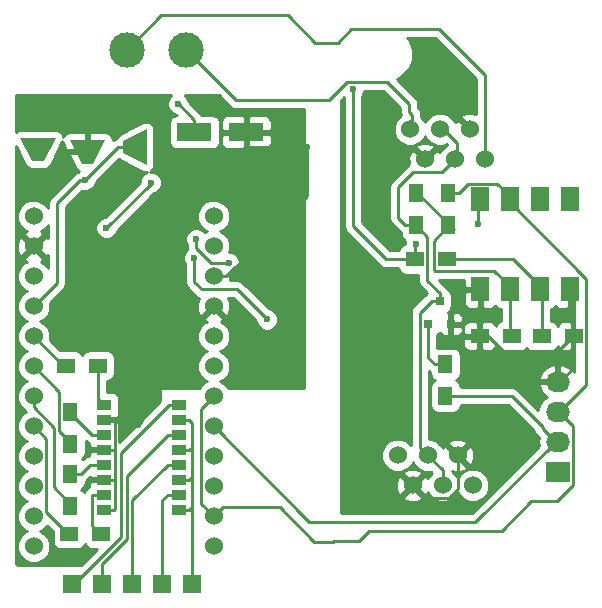
<source format=gtl>
G04 #@! TF.FileFunction,Copper,L1,Top,Signal*
%FSLAX46Y46*%
G04 Gerber Fmt 4.6, Leading zero omitted, Abs format (unit mm)*
G04 Created by KiCad (PCBNEW (2015-08-02 BZR 6038)-product) date 2015 November 19, Thursday 21:17:08*
%MOMM*%
G01*
G04 APERTURE LIST*
%ADD10C,0.100000*%
%ADD11C,1.524000*%
%ADD12R,2.999740X1.600200*%
%ADD13C,2.999740*%
%ADD14R,1.500000X1.300000*%
%ADD15R,1.300000X1.500000*%
%ADD16R,2.032000X1.727200*%
%ADD17O,2.032000X1.727200*%
%ADD18R,0.800100X0.800100*%
%ADD19R,1.300000X0.900000*%
%ADD20R,1.524000X2.032000*%
%ADD21R,1.600000X1.600000*%
%ADD22C,0.600000*%
%ADD23C,0.250000*%
%ADD24C,0.254000*%
G04 APERTURE END LIST*
D10*
D11*
X214988000Y-113110000D03*
X212448000Y-113110000D03*
X217528000Y-113110000D03*
X213718000Y-115650000D03*
X216258000Y-115650000D03*
X218798000Y-115650000D03*
X217310000Y-88040000D03*
X219850000Y-88040000D03*
X214770000Y-88040000D03*
X218580000Y-85500000D03*
X216040000Y-85500000D03*
X213500000Y-85500000D03*
D12*
X195250000Y-85750000D03*
X199649280Y-85750000D03*
D13*
X194500000Y-78750000D03*
X189501280Y-78750000D03*
D14*
X184400000Y-105500000D03*
X187100000Y-105500000D03*
D15*
X184750000Y-112100000D03*
X184750000Y-109400000D03*
X184750000Y-117350000D03*
X184750000Y-114650000D03*
D14*
X184650000Y-119750000D03*
X187350000Y-119750000D03*
D11*
X196870000Y-120820000D03*
X196870000Y-118280000D03*
X196870000Y-115740000D03*
X196870000Y-113200000D03*
X196870000Y-110660000D03*
X196870000Y-108120000D03*
X196870000Y-105580000D03*
X196870000Y-103040000D03*
X196870000Y-100500000D03*
X196870000Y-97960000D03*
X196870000Y-95420000D03*
X196870000Y-92880000D03*
X181630000Y-92880000D03*
X181630000Y-95420000D03*
X181630000Y-97960000D03*
X181630000Y-100500000D03*
X181630000Y-103040000D03*
X181630000Y-105580000D03*
X181630000Y-108120000D03*
X181630000Y-110660000D03*
X181630000Y-113200000D03*
X181630000Y-115740000D03*
X181630000Y-118280000D03*
X181630000Y-120820000D03*
D10*
G36*
X180500000Y-86200000D02*
X183500000Y-86200000D01*
X182500000Y-88200000D01*
X181500000Y-88200000D01*
X180500000Y-86200000D01*
X180500000Y-86200000D01*
G37*
G36*
X184700000Y-86400000D02*
X187700000Y-86400000D01*
X186700000Y-88400000D01*
X185700000Y-88400000D01*
X184700000Y-86400000D01*
X184700000Y-86400000D01*
G37*
G36*
X191200000Y-85500000D02*
X191200000Y-88500000D01*
X189200000Y-87500000D01*
X189200000Y-86500000D01*
X191200000Y-85500000D01*
X191200000Y-85500000D01*
G37*
D16*
X226000000Y-114500000D03*
D17*
X226000000Y-111960000D03*
X226000000Y-109420000D03*
X226000000Y-106880000D03*
D18*
X215050000Y-102000760D03*
X216950000Y-102000760D03*
X216000000Y-100001780D03*
D15*
X216500000Y-108100000D03*
X216500000Y-105400000D03*
X214000000Y-93600000D03*
X214000000Y-90900000D03*
D14*
X222100000Y-103000000D03*
X219400000Y-103000000D03*
X213900000Y-96500000D03*
X216600000Y-96500000D03*
X224650000Y-103000000D03*
X227350000Y-103000000D03*
D15*
X216750000Y-90900000D03*
X216750000Y-93600000D03*
D19*
X187575000Y-108805000D03*
X187575000Y-110075000D03*
X187575000Y-111345000D03*
X187575000Y-112615000D03*
X187575000Y-113885000D03*
X187575000Y-115155000D03*
X187575000Y-116425000D03*
X187575000Y-117695000D03*
X193925000Y-117695000D03*
X193925000Y-116425000D03*
X193925000Y-115155000D03*
X193925000Y-113885000D03*
X193925000Y-112615000D03*
X193925000Y-111345000D03*
X193925000Y-110075000D03*
X193925000Y-108805000D03*
D20*
X219440000Y-99060000D03*
X221980000Y-99060000D03*
X224520000Y-99060000D03*
X227060000Y-99060000D03*
X227060000Y-91440000D03*
X224520000Y-91440000D03*
X221980000Y-91440000D03*
X219440000Y-91440000D03*
D21*
X190000000Y-124000000D03*
X192540000Y-124000000D03*
X195080000Y-124000000D03*
X187460000Y-124000000D03*
X184920000Y-124000000D03*
D22*
X193850000Y-83350000D03*
X199250000Y-91750000D03*
X199500000Y-92500000D03*
X200500000Y-92750000D03*
X201500000Y-92750000D03*
X202500000Y-92750000D03*
X204250000Y-90750000D03*
X204250000Y-89750000D03*
X204000000Y-89000000D03*
X203000000Y-89000000D03*
X202000000Y-89000000D03*
X201000000Y-89000000D03*
X200000000Y-89000000D03*
X199250000Y-89750000D03*
X199250000Y-90750000D03*
X204800000Y-87000000D03*
X190500000Y-110500000D03*
X214000000Y-95250000D03*
X219250000Y-93500000D03*
X186000000Y-89800000D03*
X208700000Y-82100000D03*
X195200000Y-96400000D03*
X201400000Y-101600000D03*
X195400000Y-94800000D03*
X198150000Y-96800000D03*
X191549588Y-90016500D03*
X187800000Y-93850000D03*
D23*
X195250000Y-85750000D02*
X195250000Y-84699900D01*
X195250000Y-84699900D02*
X193900100Y-83350000D01*
X193900100Y-83350000D02*
X193850000Y-83350000D01*
X217528000Y-113110000D02*
X217528000Y-115988762D01*
X214805001Y-116737001D02*
X213718000Y-115650000D01*
X217528000Y-115988762D02*
X216779761Y-116737001D01*
X216779761Y-116737001D02*
X214805001Y-116737001D01*
X199500000Y-92500000D02*
X199500000Y-92000000D01*
X199500000Y-92000000D02*
X199250000Y-91750000D01*
X201500000Y-92750000D02*
X200500000Y-92750000D01*
X204250000Y-90750000D02*
X202500000Y-92500000D01*
X202500000Y-92500000D02*
X202500000Y-92750000D01*
X204000000Y-89000000D02*
X204000000Y-89500000D01*
X204000000Y-89500000D02*
X204250000Y-89750000D01*
X202000000Y-89000000D02*
X203000000Y-89000000D01*
X200000000Y-89000000D02*
X201000000Y-89000000D01*
X199250000Y-90750000D02*
X199250000Y-89750000D01*
X204800000Y-87000000D02*
X199849180Y-87000000D01*
X199849180Y-87000000D02*
X199649280Y-86800100D01*
X199649280Y-86800100D02*
X199649280Y-85750000D01*
X204800000Y-91107630D02*
X204800000Y-87000000D01*
X196870000Y-97960000D02*
X197947630Y-97960000D01*
X197947630Y-97960000D02*
X204800000Y-91107630D01*
X190500000Y-110500000D02*
X190799999Y-110200001D01*
X190799999Y-110200001D02*
X190799999Y-106570001D01*
X190799999Y-106570001D02*
X196870000Y-100500000D01*
X190500000Y-110500000D02*
X190075000Y-110075000D01*
X190075000Y-110075000D02*
X187575000Y-110075000D01*
X219440000Y-99060000D02*
X219440000Y-102960000D01*
X219440000Y-102960000D02*
X219400000Y-103000000D01*
X219440000Y-99060000D02*
X218428000Y-99060000D01*
X218428000Y-99060000D02*
X216950000Y-100538000D01*
X216950000Y-100538000D02*
X216950000Y-102000760D01*
X227350000Y-103000000D02*
X227271412Y-103000000D01*
X227271412Y-103000000D02*
X225846401Y-104425011D01*
X225846401Y-104425011D02*
X221540007Y-104425009D01*
X221540007Y-104425009D02*
X220114998Y-103000000D01*
X220114998Y-103000000D02*
X219400000Y-103000000D01*
X227350000Y-103000000D02*
X227350000Y-105682400D01*
X227350000Y-105682400D02*
X226152400Y-106880000D01*
X226152400Y-106880000D02*
X226000000Y-106880000D01*
X227350000Y-103000000D02*
X227350000Y-99350000D01*
X227350000Y-99350000D02*
X227060000Y-99060000D01*
X187575000Y-117695000D02*
X188475000Y-117695000D01*
X188475000Y-117695000D02*
X188550001Y-117619999D01*
X188550001Y-117619999D02*
X188550001Y-110150001D01*
X188550001Y-110150001D02*
X188475000Y-110075000D01*
X188475000Y-110075000D02*
X187575000Y-110075000D01*
X188550001Y-117619999D02*
X188550001Y-112690001D01*
X188550001Y-112690001D02*
X188475000Y-112615000D01*
X188475000Y-112615000D02*
X187575000Y-112615000D01*
X188550001Y-117619999D02*
X188550001Y-115230001D01*
X188550001Y-115230001D02*
X188475000Y-115155000D01*
X188475000Y-115155000D02*
X187575000Y-115155000D01*
X219250000Y-93500000D02*
X219250000Y-91630000D01*
X219250000Y-91630000D02*
X219440000Y-91440000D01*
X213900000Y-96500000D02*
X213900000Y-95350000D01*
X213900000Y-95350000D02*
X214000000Y-95250000D01*
X213750000Y-96650000D02*
X213900000Y-96500000D01*
X213900000Y-96500000D02*
X211500000Y-96500000D01*
X211500000Y-96500000D02*
X208700000Y-93700000D01*
X208700000Y-93700000D02*
X208700000Y-82100000D01*
X183600000Y-91775736D02*
X183600000Y-98530000D01*
X183600000Y-98530000D02*
X181630000Y-100500000D01*
X186000000Y-89800000D02*
X185575736Y-89800000D01*
X185575736Y-89800000D02*
X183600000Y-91775736D01*
X186000000Y-89800000D02*
X188800000Y-87000000D01*
X188800000Y-87000000D02*
X190200000Y-87000000D01*
X213702000Y-85350000D02*
X213702000Y-84272370D01*
X213702000Y-84272370D02*
X213452000Y-84022370D01*
X213452000Y-84022370D02*
X213452000Y-83390000D01*
X198800000Y-83050000D02*
X194500000Y-78750000D01*
X206600000Y-83050000D02*
X198800000Y-83050000D01*
X208175001Y-81474999D02*
X206600000Y-83050000D01*
X195847001Y-99047001D02*
X195200000Y-98400000D01*
X195200000Y-98400000D02*
X195200000Y-96400000D01*
X201400000Y-101600000D02*
X198847001Y-99047001D01*
X198847001Y-99047001D02*
X195847001Y-99047001D01*
X211536999Y-81474999D02*
X208175001Y-81474999D01*
X213452000Y-83390000D02*
X211536999Y-81474999D01*
X219850000Y-88040000D02*
X219850000Y-80898000D01*
X215945129Y-76993129D02*
X208543129Y-76993129D01*
X219850000Y-80898000D02*
X215945129Y-76993129D01*
X208543129Y-76993129D02*
X207386258Y-78150000D01*
X207386258Y-78150000D02*
X205450000Y-78150000D01*
X205450000Y-78150000D02*
X203150000Y-75850000D01*
X203150000Y-75850000D02*
X192401280Y-75850000D01*
X192401280Y-75850000D02*
X189501280Y-78750000D01*
X198150000Y-96800000D02*
X196641238Y-96800000D01*
X196641238Y-96800000D02*
X195400000Y-95558762D01*
X195400000Y-95558762D02*
X195400000Y-94800000D01*
X181630000Y-103040000D02*
X184090000Y-105500000D01*
X184090000Y-105500000D02*
X184400000Y-105500000D01*
X187100000Y-105500000D02*
X187100000Y-108330000D01*
X187100000Y-108330000D02*
X187575000Y-108805000D01*
X181630000Y-105580000D02*
X183774999Y-107724999D01*
X183774999Y-107724999D02*
X183774999Y-111024999D01*
X183774999Y-111024999D02*
X184750000Y-112000000D01*
X184750000Y-112000000D02*
X184750000Y-112100000D01*
X184750000Y-109400000D02*
X184750000Y-109500000D01*
X184750000Y-109500000D02*
X186595000Y-111345000D01*
X186595000Y-111345000D02*
X187575000Y-111345000D01*
X181630000Y-108120000D02*
X181630000Y-109051238D01*
X181630000Y-109051238D02*
X183324989Y-110746227D01*
X183324989Y-110746227D02*
X183324989Y-115824989D01*
X183324989Y-115824989D02*
X184750000Y-117250000D01*
X184750000Y-117250000D02*
X184750000Y-117350000D01*
X184750000Y-114650000D02*
X185650000Y-114650000D01*
X185650000Y-114650000D02*
X186415000Y-113885000D01*
X186415000Y-113885000D02*
X187575000Y-113885000D01*
X181630000Y-110660000D02*
X182717001Y-111747001D01*
X182717001Y-111747001D02*
X182717001Y-117917001D01*
X182717001Y-117917001D02*
X184550000Y-119750000D01*
X184550000Y-119750000D02*
X184650000Y-119750000D01*
X187350000Y-119750000D02*
X187250000Y-119750000D01*
X186599999Y-116500001D02*
X186675000Y-116425000D01*
X187250000Y-119750000D02*
X186599999Y-119099999D01*
X186599999Y-119099999D02*
X186599999Y-116500001D01*
X186675000Y-116425000D02*
X187575000Y-116425000D01*
X189049996Y-112875006D02*
X193120002Y-108805000D01*
X189049996Y-120035006D02*
X189049996Y-112875006D01*
X184920000Y-124000000D02*
X185085002Y-124000000D01*
X193120002Y-108805000D02*
X193925000Y-108805000D01*
X185085002Y-124000000D02*
X189049996Y-120035006D01*
X193025000Y-111345000D02*
X189500006Y-114869994D01*
X193925000Y-111345000D02*
X193025000Y-111345000D01*
X187460000Y-122261412D02*
X187460000Y-124000000D01*
X189500006Y-114869994D02*
X189500005Y-120221407D01*
X189500005Y-120221407D02*
X187460000Y-122261412D01*
X195080000Y-112603063D02*
X195080000Y-114867673D01*
X195080000Y-114867673D02*
X195080000Y-117514621D01*
X193925000Y-115155000D02*
X194825000Y-115155000D01*
X194825000Y-115155000D02*
X195080000Y-114900000D01*
X195080000Y-114900000D02*
X195080000Y-114867673D01*
X195080000Y-117514621D02*
X195080000Y-124000000D01*
X193925000Y-117695000D02*
X194825000Y-117695000D01*
X194825000Y-117695000D02*
X195005379Y-117514621D01*
X195005379Y-117514621D02*
X195080000Y-117514621D01*
X195080000Y-110330000D02*
X195080000Y-112603063D01*
X193925000Y-112615000D02*
X194825000Y-112615000D01*
X194836937Y-112603063D02*
X195080000Y-112603063D01*
X194825000Y-112615000D02*
X194836937Y-112603063D01*
X193925000Y-110075000D02*
X194825000Y-110075000D01*
X194825000Y-110075000D02*
X195080000Y-110330000D01*
X193925000Y-113885000D02*
X193025000Y-113885000D01*
X193025000Y-113885000D02*
X190000000Y-116910000D01*
X190000000Y-116910000D02*
X190000000Y-124000000D01*
X193925000Y-116425000D02*
X193025000Y-116425000D01*
X193025000Y-116425000D02*
X192540000Y-116910000D01*
X192540000Y-116910000D02*
X192540000Y-124000000D01*
X187800000Y-93850000D02*
X191549588Y-90100412D01*
X191549588Y-90100412D02*
X191549588Y-90016500D01*
X213787997Y-89127001D02*
X216222999Y-89127001D01*
X216222999Y-89127001D02*
X217310000Y-88040000D01*
X217512000Y-87890000D02*
X217512000Y-86620000D01*
X217512000Y-86620000D02*
X216242000Y-85350000D01*
X217100009Y-88436401D02*
X217100009Y-88301991D01*
X217100009Y-88301991D02*
X217512000Y-87890000D01*
X217512000Y-87697630D02*
X217512000Y-87799990D01*
X214000000Y-93600000D02*
X214975001Y-94575001D01*
X212500000Y-93000000D02*
X212500000Y-90414998D01*
X212500000Y-90414998D02*
X213787997Y-89127001D01*
X214000000Y-93600000D02*
X213100000Y-93600000D01*
X213100000Y-93600000D02*
X212500000Y-93000000D01*
X216258000Y-115650000D02*
X216258000Y-114380000D01*
X216258000Y-114380000D02*
X214324949Y-112446949D01*
X214324949Y-112446949D02*
X214324949Y-101026781D01*
X214324949Y-101026781D02*
X215349950Y-100001780D01*
X215349950Y-100001780D02*
X216000000Y-100001780D01*
X214000000Y-93600000D02*
X214000000Y-93500000D01*
X216000000Y-100001780D02*
X216000000Y-99351730D01*
X216000000Y-99351730D02*
X214975001Y-98326731D01*
X214975001Y-98326731D02*
X214975001Y-94575001D01*
X226000000Y-111960000D02*
X225847600Y-111960000D01*
X225847600Y-111960000D02*
X219032601Y-118774999D01*
X219032601Y-118774999D02*
X204984999Y-118774999D01*
X204984999Y-118774999D02*
X196870000Y-110660000D01*
X216500000Y-108100000D02*
X222140000Y-108100000D01*
X222140000Y-108100000D02*
X224734000Y-110694000D01*
X224734000Y-110694000D02*
X224734000Y-110846400D01*
X224734000Y-110846400D02*
X225847600Y-111960000D01*
X220892999Y-90098999D02*
X218451001Y-90098999D01*
X218451001Y-90098999D02*
X217650000Y-90900000D01*
X207042871Y-120357129D02*
X209183859Y-120357129D01*
X221250000Y-119500000D02*
X210040988Y-119500000D01*
X210040988Y-119500000D02*
X209183859Y-120357129D01*
X223750000Y-117000000D02*
X221250000Y-119500000D01*
X225964602Y-117000000D02*
X223750000Y-117000000D01*
X226152400Y-109420000D02*
X227341001Y-110608601D01*
X227341001Y-110608601D02*
X227341001Y-115623601D01*
X227341001Y-115623601D02*
X225964602Y-117000000D01*
X221980000Y-91440000D02*
X221980000Y-91186000D01*
X221980000Y-91186000D02*
X220892999Y-90098999D01*
X217650000Y-90900000D02*
X216750000Y-90900000D01*
X221980000Y-91440000D02*
X221980000Y-91694000D01*
X221980000Y-91694000D02*
X228425001Y-98139001D01*
X207000000Y-120400000D02*
X207042871Y-120357129D01*
X207000000Y-120400000D02*
X205400000Y-120400000D01*
X197631999Y-117518001D02*
X202518001Y-117518001D01*
X197631999Y-117518001D02*
X196870000Y-118280000D01*
X202518001Y-117518001D02*
X205400000Y-120400000D01*
X228425001Y-98139001D02*
X228425001Y-107147399D01*
X228425001Y-107147399D02*
X226152400Y-109420000D01*
X226152400Y-109420000D02*
X226000000Y-109420000D01*
X196870000Y-108120000D02*
X195782999Y-109207001D01*
X195782999Y-109207001D02*
X195782999Y-117192999D01*
X195782999Y-117192999D02*
X196870000Y-118280000D01*
X216500000Y-91200000D02*
X216500000Y-91100000D01*
X215050000Y-102000760D02*
X215050000Y-104850000D01*
X215050000Y-104850000D02*
X215600000Y-105400000D01*
X215600000Y-105400000D02*
X216500000Y-105400000D01*
X216750000Y-93600000D02*
X216750000Y-93500000D01*
X216750000Y-93500000D02*
X214150000Y-90900000D01*
X214150000Y-90900000D02*
X214000000Y-90900000D01*
X221980000Y-99060000D02*
X221980000Y-98806000D01*
X215524999Y-94925001D02*
X216750000Y-93700000D01*
X221980000Y-98806000D02*
X220649001Y-97475001D01*
X220649001Y-97475001D02*
X215589999Y-97475001D01*
X215589999Y-97475001D02*
X215524999Y-97410001D01*
X215524999Y-97410001D02*
X215524999Y-94925001D01*
X216750000Y-93700000D02*
X216750000Y-93600000D01*
X217234000Y-93900000D02*
X216500000Y-93900000D01*
X222200000Y-103000000D02*
X222100000Y-103000000D01*
X221980000Y-99060000D02*
X221980000Y-102880000D01*
X221980000Y-102880000D02*
X222100000Y-103000000D01*
X224520000Y-99060000D02*
X224520000Y-98806000D01*
X224520000Y-98806000D02*
X222214000Y-96500000D01*
X222214000Y-96500000D02*
X216600000Y-96500000D01*
X224650000Y-103000000D02*
X224650000Y-99366998D01*
X224650000Y-103000000D02*
X224650000Y-99190000D01*
X224650000Y-99190000D02*
X224520000Y-99060000D01*
D24*
G36*
X193057808Y-82819673D02*
X192915162Y-83163201D01*
X192914838Y-83535167D01*
X193056883Y-83878943D01*
X193319673Y-84142192D01*
X193663201Y-84284838D01*
X193760221Y-84284923D01*
X193777758Y-84302460D01*
X193750130Y-84302460D01*
X193514813Y-84346738D01*
X193298689Y-84485810D01*
X193153699Y-84698010D01*
X193102690Y-84949900D01*
X193102690Y-86550100D01*
X193146968Y-86785417D01*
X193286040Y-87001541D01*
X193498240Y-87146531D01*
X193750130Y-87197540D01*
X196749870Y-87197540D01*
X196985187Y-87153262D01*
X197201311Y-87014190D01*
X197346301Y-86801990D01*
X197397310Y-86550100D01*
X197397310Y-86035750D01*
X197514410Y-86035750D01*
X197514410Y-86676410D01*
X197611083Y-86909799D01*
X197789712Y-87088427D01*
X198023101Y-87185100D01*
X199363530Y-87185100D01*
X199522280Y-87026350D01*
X199522280Y-85877000D01*
X199776280Y-85877000D01*
X199776280Y-87026350D01*
X199935030Y-87185100D01*
X201275459Y-87185100D01*
X201508848Y-87088427D01*
X201687477Y-86909799D01*
X201784150Y-86676410D01*
X201784150Y-86035750D01*
X201625400Y-85877000D01*
X199776280Y-85877000D01*
X199522280Y-85877000D01*
X197673160Y-85877000D01*
X197514410Y-86035750D01*
X197397310Y-86035750D01*
X197397310Y-84949900D01*
X197373544Y-84823590D01*
X197514410Y-84823590D01*
X197514410Y-85464250D01*
X197673160Y-85623000D01*
X199522280Y-85623000D01*
X199522280Y-84473650D01*
X199776280Y-84473650D01*
X199776280Y-85623000D01*
X201625400Y-85623000D01*
X201784150Y-85464250D01*
X201784150Y-84823590D01*
X201687477Y-84590201D01*
X201508848Y-84411573D01*
X201275459Y-84314900D01*
X199935030Y-84314900D01*
X199776280Y-84473650D01*
X199522280Y-84473650D01*
X199363530Y-84314900D01*
X198023101Y-84314900D01*
X197789712Y-84411573D01*
X197611083Y-84590201D01*
X197514410Y-84823590D01*
X197373544Y-84823590D01*
X197353032Y-84714583D01*
X197213960Y-84498459D01*
X197001760Y-84353469D01*
X196749870Y-84302460D01*
X195880920Y-84302460D01*
X195787401Y-84162499D01*
X194781942Y-83157040D01*
X194643117Y-82821057D01*
X194449398Y-82627000D01*
X197302198Y-82627000D01*
X198262599Y-83587401D01*
X198509160Y-83752148D01*
X198800000Y-83810000D01*
X204539373Y-83810000D01*
X204528162Y-83866364D01*
X204528162Y-83933830D01*
X204515000Y-84000000D01*
X204515000Y-107373000D01*
X198072902Y-107373000D01*
X198055010Y-107329697D01*
X197662370Y-106936371D01*
X197454488Y-106850051D01*
X197660303Y-106765010D01*
X198053629Y-106372370D01*
X198266757Y-105859100D01*
X198267242Y-105303339D01*
X198055010Y-104789697D01*
X197662370Y-104396371D01*
X197454488Y-104310051D01*
X197660303Y-104225010D01*
X198053629Y-103832370D01*
X198266757Y-103319100D01*
X198267242Y-102763339D01*
X198055010Y-102249697D01*
X197662370Y-101856371D01*
X197470273Y-101776605D01*
X197601143Y-101722397D01*
X197670608Y-101480213D01*
X196870000Y-100679605D01*
X196069392Y-101480213D01*
X196138857Y-101722397D01*
X196279318Y-101772509D01*
X196079697Y-101854990D01*
X195686371Y-102247630D01*
X195473243Y-102760900D01*
X195472758Y-103316661D01*
X195684990Y-103830303D01*
X196077630Y-104223629D01*
X196285512Y-104309949D01*
X196079697Y-104394990D01*
X195686371Y-104787630D01*
X195473243Y-105300900D01*
X195472758Y-105856661D01*
X195684990Y-106370303D01*
X196077630Y-106763629D01*
X196285512Y-106849949D01*
X196079697Y-106934990D01*
X195686371Y-107327630D01*
X195667532Y-107373000D01*
X192500000Y-107373000D01*
X192450590Y-107383006D01*
X192408965Y-107411447D01*
X192381685Y-107453841D01*
X192373000Y-107500000D01*
X192373000Y-108477200D01*
X188845798Y-112004402D01*
X188835211Y-111978844D01*
X188872440Y-111795000D01*
X188872440Y-110895000D01*
X188837024Y-110706779D01*
X188860000Y-110651310D01*
X188860000Y-110360750D01*
X188701250Y-110202000D01*
X187702000Y-110202000D01*
X187702000Y-110222000D01*
X187448000Y-110222000D01*
X187448000Y-110202000D01*
X187428000Y-110202000D01*
X187428000Y-109948000D01*
X187448000Y-109948000D01*
X187448000Y-109928000D01*
X187702000Y-109928000D01*
X187702000Y-109948000D01*
X188701250Y-109948000D01*
X188860000Y-109789250D01*
X188860000Y-109498690D01*
X188835211Y-109438844D01*
X188872440Y-109255000D01*
X188872440Y-108355000D01*
X188828162Y-108119683D01*
X188689090Y-107903559D01*
X188476890Y-107758569D01*
X188225000Y-107707560D01*
X187860000Y-107707560D01*
X187860000Y-106795558D01*
X188085317Y-106753162D01*
X188301441Y-106614090D01*
X188446431Y-106401890D01*
X188497440Y-106150000D01*
X188497440Y-104850000D01*
X188453162Y-104614683D01*
X188314090Y-104398559D01*
X188101890Y-104253569D01*
X187850000Y-104202560D01*
X186350000Y-104202560D01*
X186114683Y-104246838D01*
X185898559Y-104385910D01*
X185753569Y-104598110D01*
X185750919Y-104611197D01*
X185614090Y-104398559D01*
X185401890Y-104253569D01*
X185150000Y-104202560D01*
X183867362Y-104202560D01*
X183014183Y-103349381D01*
X183026757Y-103319100D01*
X183027242Y-102763339D01*
X182815010Y-102249697D01*
X182422370Y-101856371D01*
X182214488Y-101770051D01*
X182420303Y-101685010D01*
X182813629Y-101292370D01*
X183026757Y-100779100D01*
X183027242Y-100223339D01*
X183013857Y-100190945D01*
X184137401Y-99067401D01*
X184302148Y-98820839D01*
X184360000Y-98530000D01*
X184360000Y-96585167D01*
X194264838Y-96585167D01*
X194406883Y-96928943D01*
X194440000Y-96962118D01*
X194440000Y-98400000D01*
X194497852Y-98690839D01*
X194662599Y-98937401D01*
X195309600Y-99584402D01*
X195556162Y-99749149D01*
X195650730Y-99767960D01*
X195647603Y-99768857D01*
X195460856Y-100292302D01*
X195488638Y-100847368D01*
X195647603Y-101231143D01*
X195889787Y-101300608D01*
X196690395Y-100500000D01*
X196676253Y-100485858D01*
X196855858Y-100306253D01*
X196870000Y-100320395D01*
X196884143Y-100306253D01*
X197063748Y-100485858D01*
X197049605Y-100500000D01*
X197850213Y-101300608D01*
X198092397Y-101231143D01*
X198279144Y-100707698D01*
X198251362Y-100152632D01*
X198108197Y-99807001D01*
X198532199Y-99807001D01*
X200464878Y-101739680D01*
X200464838Y-101785167D01*
X200606883Y-102128943D01*
X200869673Y-102392192D01*
X201213201Y-102534838D01*
X201585167Y-102535162D01*
X201928943Y-102393117D01*
X202192192Y-102130327D01*
X202334838Y-101786799D01*
X202335162Y-101414833D01*
X202193117Y-101071057D01*
X201930327Y-100807808D01*
X201586799Y-100665162D01*
X201539923Y-100665121D01*
X199384402Y-98509600D01*
X199137840Y-98344853D01*
X198847001Y-98287001D01*
X198236581Y-98287001D01*
X198279144Y-98167698D01*
X198257491Y-97735094D01*
X198335167Y-97735162D01*
X198678943Y-97593117D01*
X198942192Y-97330327D01*
X199084838Y-96986799D01*
X199085162Y-96614833D01*
X198943117Y-96271057D01*
X198680327Y-96007808D01*
X198336799Y-95865162D01*
X198197852Y-95865041D01*
X198266757Y-95699100D01*
X198267242Y-95143339D01*
X198055010Y-94629697D01*
X197662370Y-94236371D01*
X197454488Y-94150051D01*
X197660303Y-94065010D01*
X198053629Y-93672370D01*
X198266757Y-93159100D01*
X198267242Y-92603339D01*
X198055010Y-92089697D01*
X197662370Y-91696371D01*
X197149100Y-91483243D01*
X196593339Y-91482758D01*
X196079697Y-91694990D01*
X195686371Y-92087630D01*
X195473243Y-92600900D01*
X195472758Y-93156661D01*
X195684990Y-93670303D01*
X196077630Y-94063629D01*
X196285512Y-94149949D01*
X196134506Y-94212343D01*
X195930327Y-94007808D01*
X195586799Y-93865162D01*
X195214833Y-93864838D01*
X194871057Y-94006883D01*
X194607808Y-94269673D01*
X194465162Y-94613201D01*
X194464838Y-94985167D01*
X194606883Y-95328943D01*
X194640000Y-95362118D01*
X194640000Y-95558762D01*
X194653131Y-95624777D01*
X194407808Y-95869673D01*
X194265162Y-96213201D01*
X194264838Y-96585167D01*
X184360000Y-96585167D01*
X184360000Y-92090538D01*
X185744307Y-90706231D01*
X185813201Y-90734838D01*
X186185167Y-90735162D01*
X186528943Y-90593117D01*
X186792192Y-90330327D01*
X186934838Y-89986799D01*
X186934879Y-89939923D01*
X188846054Y-88028748D01*
X188910456Y-88079088D01*
X190910456Y-89079088D01*
X191182113Y-89147193D01*
X191221700Y-89140309D01*
X191020645Y-89223383D01*
X190757396Y-89486173D01*
X190614750Y-89829701D01*
X190614636Y-89960562D01*
X187660320Y-92914878D01*
X187614833Y-92914838D01*
X187271057Y-93056883D01*
X187007808Y-93319673D01*
X186865162Y-93663201D01*
X186864838Y-94035167D01*
X187006883Y-94378943D01*
X187269673Y-94642192D01*
X187613201Y-94784838D01*
X187985167Y-94785162D01*
X188328943Y-94643117D01*
X188592192Y-94380327D01*
X188734838Y-94036799D01*
X188734879Y-93989923D01*
X191800168Y-90924634D01*
X192078531Y-90809617D01*
X192341780Y-90546827D01*
X192484426Y-90203299D01*
X192484750Y-89831333D01*
X192342705Y-89487557D01*
X192079915Y-89224308D01*
X191736387Y-89081662D01*
X191469091Y-89081429D01*
X191651441Y-88964090D01*
X191796431Y-88751890D01*
X191847440Y-88500000D01*
X191847440Y-85500000D01*
X191786866Y-85226565D01*
X191634248Y-85019784D01*
X191413204Y-84888671D01*
X191158566Y-84853887D01*
X190910456Y-84920912D01*
X188910456Y-85920912D01*
X188748559Y-86035910D01*
X188603569Y-86248110D01*
X188597036Y-86280372D01*
X188509161Y-86297852D01*
X188345353Y-86407305D01*
X188303162Y-86164683D01*
X188164090Y-85948559D01*
X187951890Y-85803569D01*
X187700000Y-85752560D01*
X186327000Y-85752560D01*
X186327000Y-87273000D01*
X186347000Y-87273000D01*
X186347000Y-87527000D01*
X186327000Y-87527000D01*
X186327000Y-87547000D01*
X186073000Y-87547000D01*
X186073000Y-87527000D01*
X184539640Y-87527000D01*
X185120912Y-88689544D01*
X185235910Y-88851441D01*
X185448110Y-88996431D01*
X185480486Y-89002987D01*
X185471057Y-89006883D01*
X185403578Y-89074245D01*
X185284897Y-89097852D01*
X185038335Y-89262599D01*
X183062599Y-91238335D01*
X182897852Y-91484897D01*
X182840000Y-91775736D01*
X182840000Y-92150178D01*
X182815010Y-92089697D01*
X182422370Y-91696371D01*
X181909100Y-91483243D01*
X181353339Y-91482758D01*
X180839697Y-91694990D01*
X180446371Y-92087630D01*
X180233243Y-92600900D01*
X180232758Y-93156661D01*
X180444990Y-93670303D01*
X180837630Y-94063629D01*
X181029727Y-94143395D01*
X180898857Y-94197603D01*
X180829392Y-94439787D01*
X181630000Y-95240395D01*
X182430608Y-94439787D01*
X182361143Y-94197603D01*
X182220682Y-94147491D01*
X182420303Y-94065010D01*
X182813629Y-93672370D01*
X182840000Y-93608861D01*
X182840000Y-94685301D01*
X182610213Y-94619392D01*
X181809605Y-95420000D01*
X182610213Y-96220608D01*
X182840000Y-96154699D01*
X182840000Y-97230178D01*
X182815010Y-97169697D01*
X182422370Y-96776371D01*
X182230273Y-96696605D01*
X182361143Y-96642397D01*
X182430608Y-96400213D01*
X181630000Y-95599605D01*
X180829392Y-96400213D01*
X180898857Y-96642397D01*
X181039318Y-96692509D01*
X180839697Y-96774990D01*
X180446371Y-97167630D01*
X180233243Y-97680900D01*
X180232758Y-98236661D01*
X180444990Y-98750303D01*
X180837630Y-99143629D01*
X181045512Y-99229949D01*
X180839697Y-99314990D01*
X180446371Y-99707630D01*
X180233243Y-100220900D01*
X180232758Y-100776661D01*
X180444990Y-101290303D01*
X180837630Y-101683629D01*
X181045512Y-101769949D01*
X180839697Y-101854990D01*
X180446371Y-102247630D01*
X180233243Y-102760900D01*
X180232758Y-103316661D01*
X180444990Y-103830303D01*
X180837630Y-104223629D01*
X181045512Y-104309949D01*
X180839697Y-104394990D01*
X180446371Y-104787630D01*
X180233243Y-105300900D01*
X180232758Y-105856661D01*
X180444990Y-106370303D01*
X180837630Y-106763629D01*
X181045512Y-106849949D01*
X180839697Y-106934990D01*
X180446371Y-107327630D01*
X180233243Y-107840900D01*
X180232758Y-108396661D01*
X180444990Y-108910303D01*
X180837630Y-109303629D01*
X180927639Y-109341004D01*
X180927852Y-109342077D01*
X180978375Y-109417690D01*
X180839697Y-109474990D01*
X180446371Y-109867630D01*
X180233243Y-110380900D01*
X180232758Y-110936661D01*
X180444990Y-111450303D01*
X180837630Y-111843629D01*
X181045512Y-111929949D01*
X180839697Y-112014990D01*
X180446371Y-112407630D01*
X180233243Y-112920900D01*
X180232758Y-113476661D01*
X180444990Y-113990303D01*
X180837630Y-114383629D01*
X181045512Y-114469949D01*
X180839697Y-114554990D01*
X180446371Y-114947630D01*
X180233243Y-115460900D01*
X180232758Y-116016661D01*
X180444990Y-116530303D01*
X180837630Y-116923629D01*
X181045512Y-117009949D01*
X180839697Y-117094990D01*
X180446371Y-117487630D01*
X180233243Y-118000900D01*
X180232758Y-118556661D01*
X180444990Y-119070303D01*
X180837630Y-119463629D01*
X181045512Y-119549949D01*
X180839697Y-119634990D01*
X180446371Y-120027630D01*
X180233243Y-120540900D01*
X180232758Y-121096661D01*
X180444990Y-121610303D01*
X180837630Y-122003629D01*
X181350900Y-122216757D01*
X181906661Y-122217242D01*
X182420303Y-122005010D01*
X182813629Y-121612370D01*
X183026757Y-121099100D01*
X183027242Y-120543339D01*
X182815010Y-120029697D01*
X182422370Y-119636371D01*
X182214488Y-119550051D01*
X182420303Y-119465010D01*
X182805591Y-119080393D01*
X183252560Y-119527362D01*
X183252560Y-120400000D01*
X183296838Y-120635317D01*
X183435910Y-120851441D01*
X183648110Y-120996431D01*
X183900000Y-121047440D01*
X185400000Y-121047440D01*
X185635317Y-121003162D01*
X185851441Y-120864090D01*
X185996431Y-120651890D01*
X185999081Y-120638803D01*
X186135910Y-120851441D01*
X186348110Y-120996431D01*
X186600000Y-121047440D01*
X186962760Y-121047440D01*
X185637200Y-122373000D01*
X180244257Y-122373000D01*
X180127000Y-122197512D01*
X180127000Y-95212302D01*
X180220856Y-95212302D01*
X180248638Y-95767368D01*
X180407603Y-96151143D01*
X180649787Y-96220608D01*
X181450395Y-95420000D01*
X180649787Y-94619392D01*
X180407603Y-94688857D01*
X180220856Y-95212302D01*
X180127000Y-95212302D01*
X180127000Y-86901720D01*
X180920912Y-88489544D01*
X181035910Y-88651441D01*
X181248110Y-88796431D01*
X181500000Y-88847440D01*
X182500000Y-88847440D01*
X182696234Y-88816985D01*
X182920815Y-88692030D01*
X183079088Y-88489544D01*
X184071164Y-86505391D01*
X184120912Y-86689544D01*
X184412640Y-87273000D01*
X186073000Y-87273000D01*
X186073000Y-85752560D01*
X184700000Y-85752560D01*
X184426565Y-85813134D01*
X184219784Y-85965752D01*
X184129745Y-86117550D01*
X184103162Y-85964683D01*
X183964090Y-85748559D01*
X183751890Y-85603569D01*
X183500000Y-85552560D01*
X180500000Y-85552560D01*
X180226565Y-85613134D01*
X180127000Y-85686620D01*
X180127000Y-82627000D01*
X193250818Y-82627000D01*
X193057808Y-82819673D01*
X193057808Y-82819673D01*
G37*
X193057808Y-82819673D02*
X192915162Y-83163201D01*
X192914838Y-83535167D01*
X193056883Y-83878943D01*
X193319673Y-84142192D01*
X193663201Y-84284838D01*
X193760221Y-84284923D01*
X193777758Y-84302460D01*
X193750130Y-84302460D01*
X193514813Y-84346738D01*
X193298689Y-84485810D01*
X193153699Y-84698010D01*
X193102690Y-84949900D01*
X193102690Y-86550100D01*
X193146968Y-86785417D01*
X193286040Y-87001541D01*
X193498240Y-87146531D01*
X193750130Y-87197540D01*
X196749870Y-87197540D01*
X196985187Y-87153262D01*
X197201311Y-87014190D01*
X197346301Y-86801990D01*
X197397310Y-86550100D01*
X197397310Y-86035750D01*
X197514410Y-86035750D01*
X197514410Y-86676410D01*
X197611083Y-86909799D01*
X197789712Y-87088427D01*
X198023101Y-87185100D01*
X199363530Y-87185100D01*
X199522280Y-87026350D01*
X199522280Y-85877000D01*
X199776280Y-85877000D01*
X199776280Y-87026350D01*
X199935030Y-87185100D01*
X201275459Y-87185100D01*
X201508848Y-87088427D01*
X201687477Y-86909799D01*
X201784150Y-86676410D01*
X201784150Y-86035750D01*
X201625400Y-85877000D01*
X199776280Y-85877000D01*
X199522280Y-85877000D01*
X197673160Y-85877000D01*
X197514410Y-86035750D01*
X197397310Y-86035750D01*
X197397310Y-84949900D01*
X197373544Y-84823590D01*
X197514410Y-84823590D01*
X197514410Y-85464250D01*
X197673160Y-85623000D01*
X199522280Y-85623000D01*
X199522280Y-84473650D01*
X199776280Y-84473650D01*
X199776280Y-85623000D01*
X201625400Y-85623000D01*
X201784150Y-85464250D01*
X201784150Y-84823590D01*
X201687477Y-84590201D01*
X201508848Y-84411573D01*
X201275459Y-84314900D01*
X199935030Y-84314900D01*
X199776280Y-84473650D01*
X199522280Y-84473650D01*
X199363530Y-84314900D01*
X198023101Y-84314900D01*
X197789712Y-84411573D01*
X197611083Y-84590201D01*
X197514410Y-84823590D01*
X197373544Y-84823590D01*
X197353032Y-84714583D01*
X197213960Y-84498459D01*
X197001760Y-84353469D01*
X196749870Y-84302460D01*
X195880920Y-84302460D01*
X195787401Y-84162499D01*
X194781942Y-83157040D01*
X194643117Y-82821057D01*
X194449398Y-82627000D01*
X197302198Y-82627000D01*
X198262599Y-83587401D01*
X198509160Y-83752148D01*
X198800000Y-83810000D01*
X204539373Y-83810000D01*
X204528162Y-83866364D01*
X204528162Y-83933830D01*
X204515000Y-84000000D01*
X204515000Y-107373000D01*
X198072902Y-107373000D01*
X198055010Y-107329697D01*
X197662370Y-106936371D01*
X197454488Y-106850051D01*
X197660303Y-106765010D01*
X198053629Y-106372370D01*
X198266757Y-105859100D01*
X198267242Y-105303339D01*
X198055010Y-104789697D01*
X197662370Y-104396371D01*
X197454488Y-104310051D01*
X197660303Y-104225010D01*
X198053629Y-103832370D01*
X198266757Y-103319100D01*
X198267242Y-102763339D01*
X198055010Y-102249697D01*
X197662370Y-101856371D01*
X197470273Y-101776605D01*
X197601143Y-101722397D01*
X197670608Y-101480213D01*
X196870000Y-100679605D01*
X196069392Y-101480213D01*
X196138857Y-101722397D01*
X196279318Y-101772509D01*
X196079697Y-101854990D01*
X195686371Y-102247630D01*
X195473243Y-102760900D01*
X195472758Y-103316661D01*
X195684990Y-103830303D01*
X196077630Y-104223629D01*
X196285512Y-104309949D01*
X196079697Y-104394990D01*
X195686371Y-104787630D01*
X195473243Y-105300900D01*
X195472758Y-105856661D01*
X195684990Y-106370303D01*
X196077630Y-106763629D01*
X196285512Y-106849949D01*
X196079697Y-106934990D01*
X195686371Y-107327630D01*
X195667532Y-107373000D01*
X192500000Y-107373000D01*
X192450590Y-107383006D01*
X192408965Y-107411447D01*
X192381685Y-107453841D01*
X192373000Y-107500000D01*
X192373000Y-108477200D01*
X188845798Y-112004402D01*
X188835211Y-111978844D01*
X188872440Y-111795000D01*
X188872440Y-110895000D01*
X188837024Y-110706779D01*
X188860000Y-110651310D01*
X188860000Y-110360750D01*
X188701250Y-110202000D01*
X187702000Y-110202000D01*
X187702000Y-110222000D01*
X187448000Y-110222000D01*
X187448000Y-110202000D01*
X187428000Y-110202000D01*
X187428000Y-109948000D01*
X187448000Y-109948000D01*
X187448000Y-109928000D01*
X187702000Y-109928000D01*
X187702000Y-109948000D01*
X188701250Y-109948000D01*
X188860000Y-109789250D01*
X188860000Y-109498690D01*
X188835211Y-109438844D01*
X188872440Y-109255000D01*
X188872440Y-108355000D01*
X188828162Y-108119683D01*
X188689090Y-107903559D01*
X188476890Y-107758569D01*
X188225000Y-107707560D01*
X187860000Y-107707560D01*
X187860000Y-106795558D01*
X188085317Y-106753162D01*
X188301441Y-106614090D01*
X188446431Y-106401890D01*
X188497440Y-106150000D01*
X188497440Y-104850000D01*
X188453162Y-104614683D01*
X188314090Y-104398559D01*
X188101890Y-104253569D01*
X187850000Y-104202560D01*
X186350000Y-104202560D01*
X186114683Y-104246838D01*
X185898559Y-104385910D01*
X185753569Y-104598110D01*
X185750919Y-104611197D01*
X185614090Y-104398559D01*
X185401890Y-104253569D01*
X185150000Y-104202560D01*
X183867362Y-104202560D01*
X183014183Y-103349381D01*
X183026757Y-103319100D01*
X183027242Y-102763339D01*
X182815010Y-102249697D01*
X182422370Y-101856371D01*
X182214488Y-101770051D01*
X182420303Y-101685010D01*
X182813629Y-101292370D01*
X183026757Y-100779100D01*
X183027242Y-100223339D01*
X183013857Y-100190945D01*
X184137401Y-99067401D01*
X184302148Y-98820839D01*
X184360000Y-98530000D01*
X184360000Y-96585167D01*
X194264838Y-96585167D01*
X194406883Y-96928943D01*
X194440000Y-96962118D01*
X194440000Y-98400000D01*
X194497852Y-98690839D01*
X194662599Y-98937401D01*
X195309600Y-99584402D01*
X195556162Y-99749149D01*
X195650730Y-99767960D01*
X195647603Y-99768857D01*
X195460856Y-100292302D01*
X195488638Y-100847368D01*
X195647603Y-101231143D01*
X195889787Y-101300608D01*
X196690395Y-100500000D01*
X196676253Y-100485858D01*
X196855858Y-100306253D01*
X196870000Y-100320395D01*
X196884143Y-100306253D01*
X197063748Y-100485858D01*
X197049605Y-100500000D01*
X197850213Y-101300608D01*
X198092397Y-101231143D01*
X198279144Y-100707698D01*
X198251362Y-100152632D01*
X198108197Y-99807001D01*
X198532199Y-99807001D01*
X200464878Y-101739680D01*
X200464838Y-101785167D01*
X200606883Y-102128943D01*
X200869673Y-102392192D01*
X201213201Y-102534838D01*
X201585167Y-102535162D01*
X201928943Y-102393117D01*
X202192192Y-102130327D01*
X202334838Y-101786799D01*
X202335162Y-101414833D01*
X202193117Y-101071057D01*
X201930327Y-100807808D01*
X201586799Y-100665162D01*
X201539923Y-100665121D01*
X199384402Y-98509600D01*
X199137840Y-98344853D01*
X198847001Y-98287001D01*
X198236581Y-98287001D01*
X198279144Y-98167698D01*
X198257491Y-97735094D01*
X198335167Y-97735162D01*
X198678943Y-97593117D01*
X198942192Y-97330327D01*
X199084838Y-96986799D01*
X199085162Y-96614833D01*
X198943117Y-96271057D01*
X198680327Y-96007808D01*
X198336799Y-95865162D01*
X198197852Y-95865041D01*
X198266757Y-95699100D01*
X198267242Y-95143339D01*
X198055010Y-94629697D01*
X197662370Y-94236371D01*
X197454488Y-94150051D01*
X197660303Y-94065010D01*
X198053629Y-93672370D01*
X198266757Y-93159100D01*
X198267242Y-92603339D01*
X198055010Y-92089697D01*
X197662370Y-91696371D01*
X197149100Y-91483243D01*
X196593339Y-91482758D01*
X196079697Y-91694990D01*
X195686371Y-92087630D01*
X195473243Y-92600900D01*
X195472758Y-93156661D01*
X195684990Y-93670303D01*
X196077630Y-94063629D01*
X196285512Y-94149949D01*
X196134506Y-94212343D01*
X195930327Y-94007808D01*
X195586799Y-93865162D01*
X195214833Y-93864838D01*
X194871057Y-94006883D01*
X194607808Y-94269673D01*
X194465162Y-94613201D01*
X194464838Y-94985167D01*
X194606883Y-95328943D01*
X194640000Y-95362118D01*
X194640000Y-95558762D01*
X194653131Y-95624777D01*
X194407808Y-95869673D01*
X194265162Y-96213201D01*
X194264838Y-96585167D01*
X184360000Y-96585167D01*
X184360000Y-92090538D01*
X185744307Y-90706231D01*
X185813201Y-90734838D01*
X186185167Y-90735162D01*
X186528943Y-90593117D01*
X186792192Y-90330327D01*
X186934838Y-89986799D01*
X186934879Y-89939923D01*
X188846054Y-88028748D01*
X188910456Y-88079088D01*
X190910456Y-89079088D01*
X191182113Y-89147193D01*
X191221700Y-89140309D01*
X191020645Y-89223383D01*
X190757396Y-89486173D01*
X190614750Y-89829701D01*
X190614636Y-89960562D01*
X187660320Y-92914878D01*
X187614833Y-92914838D01*
X187271057Y-93056883D01*
X187007808Y-93319673D01*
X186865162Y-93663201D01*
X186864838Y-94035167D01*
X187006883Y-94378943D01*
X187269673Y-94642192D01*
X187613201Y-94784838D01*
X187985167Y-94785162D01*
X188328943Y-94643117D01*
X188592192Y-94380327D01*
X188734838Y-94036799D01*
X188734879Y-93989923D01*
X191800168Y-90924634D01*
X192078531Y-90809617D01*
X192341780Y-90546827D01*
X192484426Y-90203299D01*
X192484750Y-89831333D01*
X192342705Y-89487557D01*
X192079915Y-89224308D01*
X191736387Y-89081662D01*
X191469091Y-89081429D01*
X191651441Y-88964090D01*
X191796431Y-88751890D01*
X191847440Y-88500000D01*
X191847440Y-85500000D01*
X191786866Y-85226565D01*
X191634248Y-85019784D01*
X191413204Y-84888671D01*
X191158566Y-84853887D01*
X190910456Y-84920912D01*
X188910456Y-85920912D01*
X188748559Y-86035910D01*
X188603569Y-86248110D01*
X188597036Y-86280372D01*
X188509161Y-86297852D01*
X188345353Y-86407305D01*
X188303162Y-86164683D01*
X188164090Y-85948559D01*
X187951890Y-85803569D01*
X187700000Y-85752560D01*
X186327000Y-85752560D01*
X186327000Y-87273000D01*
X186347000Y-87273000D01*
X186347000Y-87527000D01*
X186327000Y-87527000D01*
X186327000Y-87547000D01*
X186073000Y-87547000D01*
X186073000Y-87527000D01*
X184539640Y-87527000D01*
X185120912Y-88689544D01*
X185235910Y-88851441D01*
X185448110Y-88996431D01*
X185480486Y-89002987D01*
X185471057Y-89006883D01*
X185403578Y-89074245D01*
X185284897Y-89097852D01*
X185038335Y-89262599D01*
X183062599Y-91238335D01*
X182897852Y-91484897D01*
X182840000Y-91775736D01*
X182840000Y-92150178D01*
X182815010Y-92089697D01*
X182422370Y-91696371D01*
X181909100Y-91483243D01*
X181353339Y-91482758D01*
X180839697Y-91694990D01*
X180446371Y-92087630D01*
X180233243Y-92600900D01*
X180232758Y-93156661D01*
X180444990Y-93670303D01*
X180837630Y-94063629D01*
X181029727Y-94143395D01*
X180898857Y-94197603D01*
X180829392Y-94439787D01*
X181630000Y-95240395D01*
X182430608Y-94439787D01*
X182361143Y-94197603D01*
X182220682Y-94147491D01*
X182420303Y-94065010D01*
X182813629Y-93672370D01*
X182840000Y-93608861D01*
X182840000Y-94685301D01*
X182610213Y-94619392D01*
X181809605Y-95420000D01*
X182610213Y-96220608D01*
X182840000Y-96154699D01*
X182840000Y-97230178D01*
X182815010Y-97169697D01*
X182422370Y-96776371D01*
X182230273Y-96696605D01*
X182361143Y-96642397D01*
X182430608Y-96400213D01*
X181630000Y-95599605D01*
X180829392Y-96400213D01*
X180898857Y-96642397D01*
X181039318Y-96692509D01*
X180839697Y-96774990D01*
X180446371Y-97167630D01*
X180233243Y-97680900D01*
X180232758Y-98236661D01*
X180444990Y-98750303D01*
X180837630Y-99143629D01*
X181045512Y-99229949D01*
X180839697Y-99314990D01*
X180446371Y-99707630D01*
X180233243Y-100220900D01*
X180232758Y-100776661D01*
X180444990Y-101290303D01*
X180837630Y-101683629D01*
X181045512Y-101769949D01*
X180839697Y-101854990D01*
X180446371Y-102247630D01*
X180233243Y-102760900D01*
X180232758Y-103316661D01*
X180444990Y-103830303D01*
X180837630Y-104223629D01*
X181045512Y-104309949D01*
X180839697Y-104394990D01*
X180446371Y-104787630D01*
X180233243Y-105300900D01*
X180232758Y-105856661D01*
X180444990Y-106370303D01*
X180837630Y-106763629D01*
X181045512Y-106849949D01*
X180839697Y-106934990D01*
X180446371Y-107327630D01*
X180233243Y-107840900D01*
X180232758Y-108396661D01*
X180444990Y-108910303D01*
X180837630Y-109303629D01*
X180927639Y-109341004D01*
X180927852Y-109342077D01*
X180978375Y-109417690D01*
X180839697Y-109474990D01*
X180446371Y-109867630D01*
X180233243Y-110380900D01*
X180232758Y-110936661D01*
X180444990Y-111450303D01*
X180837630Y-111843629D01*
X181045512Y-111929949D01*
X180839697Y-112014990D01*
X180446371Y-112407630D01*
X180233243Y-112920900D01*
X180232758Y-113476661D01*
X180444990Y-113990303D01*
X180837630Y-114383629D01*
X181045512Y-114469949D01*
X180839697Y-114554990D01*
X180446371Y-114947630D01*
X180233243Y-115460900D01*
X180232758Y-116016661D01*
X180444990Y-116530303D01*
X180837630Y-116923629D01*
X181045512Y-117009949D01*
X180839697Y-117094990D01*
X180446371Y-117487630D01*
X180233243Y-118000900D01*
X180232758Y-118556661D01*
X180444990Y-119070303D01*
X180837630Y-119463629D01*
X181045512Y-119549949D01*
X180839697Y-119634990D01*
X180446371Y-120027630D01*
X180233243Y-120540900D01*
X180232758Y-121096661D01*
X180444990Y-121610303D01*
X180837630Y-122003629D01*
X181350900Y-122216757D01*
X181906661Y-122217242D01*
X182420303Y-122005010D01*
X182813629Y-121612370D01*
X183026757Y-121099100D01*
X183027242Y-120543339D01*
X182815010Y-120029697D01*
X182422370Y-119636371D01*
X182214488Y-119550051D01*
X182420303Y-119465010D01*
X182805591Y-119080393D01*
X183252560Y-119527362D01*
X183252560Y-120400000D01*
X183296838Y-120635317D01*
X183435910Y-120851441D01*
X183648110Y-120996431D01*
X183900000Y-121047440D01*
X185400000Y-121047440D01*
X185635317Y-121003162D01*
X185851441Y-120864090D01*
X185996431Y-120651890D01*
X185999081Y-120638803D01*
X186135910Y-120851441D01*
X186348110Y-120996431D01*
X186600000Y-121047440D01*
X186962760Y-121047440D01*
X185637200Y-122373000D01*
X180244257Y-122373000D01*
X180127000Y-122197512D01*
X180127000Y-95212302D01*
X180220856Y-95212302D01*
X180248638Y-95767368D01*
X180407603Y-96151143D01*
X180649787Y-96220608D01*
X181450395Y-95420000D01*
X180649787Y-94619392D01*
X180407603Y-94688857D01*
X180220856Y-95212302D01*
X180127000Y-95212302D01*
X180127000Y-86901720D01*
X180920912Y-88489544D01*
X181035910Y-88651441D01*
X181248110Y-88796431D01*
X181500000Y-88847440D01*
X182500000Y-88847440D01*
X182696234Y-88816985D01*
X182920815Y-88692030D01*
X183079088Y-88489544D01*
X184071164Y-86505391D01*
X184120912Y-86689544D01*
X184412640Y-87273000D01*
X186073000Y-87273000D01*
X186073000Y-85752560D01*
X184700000Y-85752560D01*
X184426565Y-85813134D01*
X184219784Y-85965752D01*
X184129745Y-86117550D01*
X184103162Y-85964683D01*
X183964090Y-85748559D01*
X183751890Y-85603569D01*
X183500000Y-85552560D01*
X180500000Y-85552560D01*
X180226565Y-85613134D01*
X180127000Y-85686620D01*
X180127000Y-82627000D01*
X193250818Y-82627000D01*
X193057808Y-82819673D01*
G36*
X197063748Y-97945858D02*
X197049605Y-97960000D01*
X197063748Y-97974143D01*
X196884143Y-98153748D01*
X196870000Y-98139605D01*
X196855858Y-98153748D01*
X196676253Y-97974143D01*
X196690395Y-97960000D01*
X196676253Y-97945858D01*
X196855858Y-97766253D01*
X196870000Y-97780395D01*
X196884143Y-97766253D01*
X197063748Y-97945858D01*
X197063748Y-97945858D01*
G37*
X197063748Y-97945858D02*
X197049605Y-97960000D01*
X197063748Y-97974143D01*
X196884143Y-98153748D01*
X196870000Y-98139605D01*
X196855858Y-98153748D01*
X196676253Y-97974143D01*
X196690395Y-97960000D01*
X196676253Y-97945858D01*
X196855858Y-97766253D01*
X196870000Y-97780395D01*
X196884143Y-97766253D01*
X197063748Y-97945858D01*
G36*
X187702000Y-117568000D02*
X187722000Y-117568000D01*
X187722000Y-117822000D01*
X187702000Y-117822000D01*
X187702000Y-117842000D01*
X187448000Y-117842000D01*
X187448000Y-117822000D01*
X187428000Y-117822000D01*
X187428000Y-117568000D01*
X187448000Y-117568000D01*
X187448000Y-117548000D01*
X187702000Y-117548000D01*
X187702000Y-117568000D01*
X187702000Y-117568000D01*
G37*
X187702000Y-117568000D02*
X187722000Y-117568000D01*
X187722000Y-117822000D01*
X187702000Y-117822000D01*
X187702000Y-117842000D01*
X187448000Y-117842000D01*
X187448000Y-117822000D01*
X187428000Y-117822000D01*
X187428000Y-117568000D01*
X187448000Y-117568000D01*
X187448000Y-117548000D01*
X187702000Y-117548000D01*
X187702000Y-117568000D01*
G36*
X186448750Y-115028000D02*
X187448000Y-115028000D01*
X187448000Y-115008000D01*
X187702000Y-115008000D01*
X187702000Y-115028000D01*
X187722000Y-115028000D01*
X187722000Y-115282000D01*
X187702000Y-115282000D01*
X187702000Y-115302000D01*
X187448000Y-115302000D01*
X187448000Y-115282000D01*
X186448750Y-115282000D01*
X186290000Y-115440750D01*
X186290000Y-115731310D01*
X186307667Y-115773963D01*
X186137599Y-115887599D01*
X186062598Y-115962600D01*
X185900518Y-116205170D01*
X185864090Y-116148559D01*
X185651890Y-116003569D01*
X185638803Y-116000919D01*
X185851441Y-115864090D01*
X185996431Y-115651890D01*
X186047440Y-115400000D01*
X186047440Y-115280920D01*
X186187401Y-115187401D01*
X186397776Y-114977026D01*
X186448750Y-115028000D01*
X186448750Y-115028000D01*
G37*
X186448750Y-115028000D02*
X187448000Y-115028000D01*
X187448000Y-115008000D01*
X187702000Y-115008000D01*
X187702000Y-115028000D01*
X187722000Y-115028000D01*
X187722000Y-115282000D01*
X187702000Y-115282000D01*
X187702000Y-115302000D01*
X187448000Y-115302000D01*
X187448000Y-115282000D01*
X186448750Y-115282000D01*
X186290000Y-115440750D01*
X186290000Y-115731310D01*
X186307667Y-115773963D01*
X186137599Y-115887599D01*
X186062598Y-115962600D01*
X185900518Y-116205170D01*
X185864090Y-116148559D01*
X185651890Y-116003569D01*
X185638803Y-116000919D01*
X185851441Y-115864090D01*
X185996431Y-115651890D01*
X186047440Y-115400000D01*
X186047440Y-115280920D01*
X186187401Y-115187401D01*
X186397776Y-114977026D01*
X186448750Y-115028000D01*
G36*
X186057599Y-111882401D02*
X186290326Y-112037904D01*
X186290000Y-112038690D01*
X186290000Y-112329250D01*
X186448750Y-112488000D01*
X187448000Y-112488000D01*
X187448000Y-112468000D01*
X187702000Y-112468000D01*
X187702000Y-112488000D01*
X187722000Y-112488000D01*
X187722000Y-112742000D01*
X187702000Y-112742000D01*
X187702000Y-112762000D01*
X187448000Y-112762000D01*
X187448000Y-112742000D01*
X186448750Y-112742000D01*
X186290000Y-112900750D01*
X186290000Y-113149864D01*
X186124160Y-113182852D01*
X185877599Y-113347599D01*
X185812137Y-113413061D01*
X185756603Y-113375116D01*
X185851441Y-113314090D01*
X185996431Y-113101890D01*
X186047440Y-112850000D01*
X186047440Y-111872242D01*
X186057599Y-111882401D01*
X186057599Y-111882401D01*
G37*
X186057599Y-111882401D02*
X186290326Y-112037904D01*
X186290000Y-112038690D01*
X186290000Y-112329250D01*
X186448750Y-112488000D01*
X187448000Y-112488000D01*
X187448000Y-112468000D01*
X187702000Y-112468000D01*
X187702000Y-112488000D01*
X187722000Y-112488000D01*
X187722000Y-112742000D01*
X187702000Y-112742000D01*
X187702000Y-112762000D01*
X187448000Y-112762000D01*
X187448000Y-112742000D01*
X186448750Y-112742000D01*
X186290000Y-112900750D01*
X186290000Y-113149864D01*
X186124160Y-113182852D01*
X185877599Y-113347599D01*
X185812137Y-113413061D01*
X185756603Y-113375116D01*
X185851441Y-113314090D01*
X185996431Y-113101890D01*
X186047440Y-112850000D01*
X186047440Y-111872242D01*
X186057599Y-111882401D01*
G36*
X207940000Y-93700000D02*
X207997852Y-93990839D01*
X208162599Y-94237401D01*
X210962599Y-97037401D01*
X211209161Y-97202148D01*
X211500000Y-97260000D01*
X212523258Y-97260000D01*
X212546838Y-97385317D01*
X212685910Y-97601441D01*
X212898110Y-97746431D01*
X213150000Y-97797440D01*
X214215001Y-97797440D01*
X214215001Y-98326731D01*
X214272853Y-98617570D01*
X214437600Y-98864132D01*
X214947605Y-99374137D01*
X214812549Y-99464379D01*
X213787548Y-100489380D01*
X213622801Y-100735942D01*
X213564949Y-101026781D01*
X213564949Y-112251517D01*
X213240370Y-111926371D01*
X212727100Y-111713243D01*
X212171339Y-111712758D01*
X211657697Y-111924990D01*
X211264371Y-112317630D01*
X211051243Y-112830900D01*
X211050758Y-113386661D01*
X211262990Y-113900303D01*
X211655630Y-114293629D01*
X212168900Y-114506757D01*
X212724661Y-114507242D01*
X213238303Y-114295010D01*
X213631629Y-113902370D01*
X213717949Y-113694488D01*
X213802990Y-113900303D01*
X214195630Y-114293629D01*
X214708900Y-114506757D01*
X215264661Y-114507242D01*
X215297055Y-114493857D01*
X215367855Y-114564657D01*
X215074371Y-114857630D01*
X214994605Y-115049727D01*
X214940397Y-114918857D01*
X214698213Y-114849392D01*
X213897605Y-115650000D01*
X214698213Y-116450608D01*
X214940397Y-116381143D01*
X214990509Y-116240682D01*
X215072990Y-116440303D01*
X215465630Y-116833629D01*
X215978900Y-117046757D01*
X216534661Y-117047242D01*
X217048303Y-116835010D01*
X217441629Y-116442370D01*
X217527949Y-116234488D01*
X217612990Y-116440303D01*
X218005630Y-116833629D01*
X218518900Y-117046757D01*
X219074661Y-117047242D01*
X219588303Y-116835010D01*
X219981629Y-116442370D01*
X220194757Y-115929100D01*
X220195242Y-115373339D01*
X219983010Y-114859697D01*
X219590370Y-114466371D01*
X219077100Y-114253243D01*
X218521339Y-114252758D01*
X218007697Y-114464990D01*
X217614371Y-114857630D01*
X217528051Y-115065512D01*
X217443010Y-114859697D01*
X217050370Y-114466371D01*
X217018000Y-114452930D01*
X217018000Y-114411293D01*
X217320302Y-114519144D01*
X217875368Y-114491362D01*
X218259143Y-114332397D01*
X218328608Y-114090213D01*
X217528000Y-113289605D01*
X217513858Y-113303748D01*
X217334253Y-113124143D01*
X217348395Y-113110000D01*
X217707605Y-113110000D01*
X218508213Y-113910608D01*
X218750397Y-113841143D01*
X218937144Y-113317698D01*
X218909362Y-112762632D01*
X218750397Y-112378857D01*
X218508213Y-112309392D01*
X217707605Y-113110000D01*
X217348395Y-113110000D01*
X216547787Y-112309392D01*
X216305603Y-112378857D01*
X216255491Y-112519318D01*
X216173010Y-112319697D01*
X215983432Y-112129787D01*
X216727392Y-112129787D01*
X217528000Y-112930395D01*
X218328608Y-112129787D01*
X218259143Y-111887603D01*
X217735698Y-111700856D01*
X217180632Y-111728638D01*
X216796857Y-111887603D01*
X216727392Y-112129787D01*
X215983432Y-112129787D01*
X215780370Y-111926371D01*
X215267100Y-111713243D01*
X215084949Y-111713084D01*
X215084949Y-105952335D01*
X215202560Y-106030920D01*
X215202560Y-106150000D01*
X215246838Y-106385317D01*
X215385910Y-106601441D01*
X215598110Y-106746431D01*
X215611197Y-106749081D01*
X215398559Y-106885910D01*
X215253569Y-107098110D01*
X215202560Y-107350000D01*
X215202560Y-108850000D01*
X215246838Y-109085317D01*
X215385910Y-109301441D01*
X215598110Y-109446431D01*
X215850000Y-109497440D01*
X217150000Y-109497440D01*
X217385317Y-109453162D01*
X217601441Y-109314090D01*
X217746431Y-109101890D01*
X217795415Y-108860000D01*
X221825198Y-108860000D01*
X224014325Y-111049127D01*
X224031852Y-111137239D01*
X224196599Y-111383801D01*
X224392334Y-111579536D01*
X224316655Y-111960000D01*
X224392334Y-112340464D01*
X218717799Y-118014999D01*
X207627000Y-118014999D01*
X207627000Y-116630213D01*
X212917392Y-116630213D01*
X212986857Y-116872397D01*
X213510302Y-117059144D01*
X214065368Y-117031362D01*
X214449143Y-116872397D01*
X214518608Y-116630213D01*
X213718000Y-115829605D01*
X212917392Y-116630213D01*
X207627000Y-116630213D01*
X207627000Y-115442302D01*
X212308856Y-115442302D01*
X212336638Y-115997368D01*
X212495603Y-116381143D01*
X212737787Y-116450608D01*
X213538395Y-115650000D01*
X212737787Y-114849392D01*
X212495603Y-114918857D01*
X212308856Y-115442302D01*
X207627000Y-115442302D01*
X207627000Y-114669787D01*
X212917392Y-114669787D01*
X213718000Y-115470395D01*
X214518608Y-114669787D01*
X214449143Y-114427603D01*
X213925698Y-114240856D01*
X213370632Y-114268638D01*
X212986857Y-114427603D01*
X212917392Y-114669787D01*
X207627000Y-114669787D01*
X207627000Y-83097802D01*
X207940000Y-82784802D01*
X207940000Y-93700000D01*
X207940000Y-93700000D01*
G37*
X207940000Y-93700000D02*
X207997852Y-93990839D01*
X208162599Y-94237401D01*
X210962599Y-97037401D01*
X211209161Y-97202148D01*
X211500000Y-97260000D01*
X212523258Y-97260000D01*
X212546838Y-97385317D01*
X212685910Y-97601441D01*
X212898110Y-97746431D01*
X213150000Y-97797440D01*
X214215001Y-97797440D01*
X214215001Y-98326731D01*
X214272853Y-98617570D01*
X214437600Y-98864132D01*
X214947605Y-99374137D01*
X214812549Y-99464379D01*
X213787548Y-100489380D01*
X213622801Y-100735942D01*
X213564949Y-101026781D01*
X213564949Y-112251517D01*
X213240370Y-111926371D01*
X212727100Y-111713243D01*
X212171339Y-111712758D01*
X211657697Y-111924990D01*
X211264371Y-112317630D01*
X211051243Y-112830900D01*
X211050758Y-113386661D01*
X211262990Y-113900303D01*
X211655630Y-114293629D01*
X212168900Y-114506757D01*
X212724661Y-114507242D01*
X213238303Y-114295010D01*
X213631629Y-113902370D01*
X213717949Y-113694488D01*
X213802990Y-113900303D01*
X214195630Y-114293629D01*
X214708900Y-114506757D01*
X215264661Y-114507242D01*
X215297055Y-114493857D01*
X215367855Y-114564657D01*
X215074371Y-114857630D01*
X214994605Y-115049727D01*
X214940397Y-114918857D01*
X214698213Y-114849392D01*
X213897605Y-115650000D01*
X214698213Y-116450608D01*
X214940397Y-116381143D01*
X214990509Y-116240682D01*
X215072990Y-116440303D01*
X215465630Y-116833629D01*
X215978900Y-117046757D01*
X216534661Y-117047242D01*
X217048303Y-116835010D01*
X217441629Y-116442370D01*
X217527949Y-116234488D01*
X217612990Y-116440303D01*
X218005630Y-116833629D01*
X218518900Y-117046757D01*
X219074661Y-117047242D01*
X219588303Y-116835010D01*
X219981629Y-116442370D01*
X220194757Y-115929100D01*
X220195242Y-115373339D01*
X219983010Y-114859697D01*
X219590370Y-114466371D01*
X219077100Y-114253243D01*
X218521339Y-114252758D01*
X218007697Y-114464990D01*
X217614371Y-114857630D01*
X217528051Y-115065512D01*
X217443010Y-114859697D01*
X217050370Y-114466371D01*
X217018000Y-114452930D01*
X217018000Y-114411293D01*
X217320302Y-114519144D01*
X217875368Y-114491362D01*
X218259143Y-114332397D01*
X218328608Y-114090213D01*
X217528000Y-113289605D01*
X217513858Y-113303748D01*
X217334253Y-113124143D01*
X217348395Y-113110000D01*
X217707605Y-113110000D01*
X218508213Y-113910608D01*
X218750397Y-113841143D01*
X218937144Y-113317698D01*
X218909362Y-112762632D01*
X218750397Y-112378857D01*
X218508213Y-112309392D01*
X217707605Y-113110000D01*
X217348395Y-113110000D01*
X216547787Y-112309392D01*
X216305603Y-112378857D01*
X216255491Y-112519318D01*
X216173010Y-112319697D01*
X215983432Y-112129787D01*
X216727392Y-112129787D01*
X217528000Y-112930395D01*
X218328608Y-112129787D01*
X218259143Y-111887603D01*
X217735698Y-111700856D01*
X217180632Y-111728638D01*
X216796857Y-111887603D01*
X216727392Y-112129787D01*
X215983432Y-112129787D01*
X215780370Y-111926371D01*
X215267100Y-111713243D01*
X215084949Y-111713084D01*
X215084949Y-105952335D01*
X215202560Y-106030920D01*
X215202560Y-106150000D01*
X215246838Y-106385317D01*
X215385910Y-106601441D01*
X215598110Y-106746431D01*
X215611197Y-106749081D01*
X215398559Y-106885910D01*
X215253569Y-107098110D01*
X215202560Y-107350000D01*
X215202560Y-108850000D01*
X215246838Y-109085317D01*
X215385910Y-109301441D01*
X215598110Y-109446431D01*
X215850000Y-109497440D01*
X217150000Y-109497440D01*
X217385317Y-109453162D01*
X217601441Y-109314090D01*
X217746431Y-109101890D01*
X217795415Y-108860000D01*
X221825198Y-108860000D01*
X224014325Y-111049127D01*
X224031852Y-111137239D01*
X224196599Y-111383801D01*
X224392334Y-111579536D01*
X224316655Y-111960000D01*
X224392334Y-112340464D01*
X218717799Y-118014999D01*
X207627000Y-118014999D01*
X207627000Y-116630213D01*
X212917392Y-116630213D01*
X212986857Y-116872397D01*
X213510302Y-117059144D01*
X214065368Y-117031362D01*
X214449143Y-116872397D01*
X214518608Y-116630213D01*
X213718000Y-115829605D01*
X212917392Y-116630213D01*
X207627000Y-116630213D01*
X207627000Y-115442302D01*
X212308856Y-115442302D01*
X212336638Y-115997368D01*
X212495603Y-116381143D01*
X212737787Y-116450608D01*
X213538395Y-115650000D01*
X212737787Y-114849392D01*
X212495603Y-114918857D01*
X212308856Y-115442302D01*
X207627000Y-115442302D01*
X207627000Y-114669787D01*
X212917392Y-114669787D01*
X213718000Y-115470395D01*
X214518608Y-114669787D01*
X214449143Y-114427603D01*
X213925698Y-114240856D01*
X213370632Y-114268638D01*
X212986857Y-114427603D01*
X212917392Y-114669787D01*
X207627000Y-114669787D01*
X207627000Y-83097802D01*
X207940000Y-82784802D01*
X207940000Y-93700000D01*
G36*
X218043000Y-98774250D02*
X218201750Y-98933000D01*
X219313000Y-98933000D01*
X219313000Y-98913000D01*
X219567000Y-98913000D01*
X219567000Y-98933000D01*
X219587000Y-98933000D01*
X219587000Y-99187000D01*
X219567000Y-99187000D01*
X219567000Y-100552250D01*
X219725750Y-100711000D01*
X220328309Y-100711000D01*
X220561698Y-100614327D01*
X220712671Y-100463354D01*
X220753910Y-100527441D01*
X220966110Y-100672431D01*
X221218000Y-100723440D01*
X221220000Y-100723440D01*
X221220000Y-101727021D01*
X221114683Y-101746838D01*
X220898559Y-101885910D01*
X220753569Y-102098110D01*
X220746809Y-102131490D01*
X220688327Y-101990301D01*
X220509698Y-101811673D01*
X220276309Y-101715000D01*
X219685750Y-101715000D01*
X219527000Y-101873750D01*
X219527000Y-102873000D01*
X219547000Y-102873000D01*
X219547000Y-103127000D01*
X219527000Y-103127000D01*
X219527000Y-104126250D01*
X219685750Y-104285000D01*
X220276309Y-104285000D01*
X220509698Y-104188327D01*
X220688327Y-104009699D01*
X220744654Y-103873713D01*
X220746838Y-103885317D01*
X220885910Y-104101441D01*
X221098110Y-104246431D01*
X221350000Y-104297440D01*
X222850000Y-104297440D01*
X223085317Y-104253162D01*
X223301441Y-104114090D01*
X223374884Y-104006603D01*
X223435910Y-104101441D01*
X223648110Y-104246431D01*
X223900000Y-104297440D01*
X225400000Y-104297440D01*
X225635317Y-104253162D01*
X225851441Y-104114090D01*
X225996431Y-103901890D01*
X226003191Y-103868510D01*
X226061673Y-104009699D01*
X226240302Y-104188327D01*
X226473691Y-104285000D01*
X227064250Y-104285000D01*
X227223000Y-104126250D01*
X227223000Y-103127000D01*
X227203000Y-103127000D01*
X227203000Y-102873000D01*
X227223000Y-102873000D01*
X227223000Y-101873750D01*
X227064250Y-101715000D01*
X226473691Y-101715000D01*
X226240302Y-101811673D01*
X226061673Y-101990301D01*
X226005346Y-102126287D01*
X226003162Y-102114683D01*
X225864090Y-101898559D01*
X225651890Y-101753569D01*
X225410000Y-101704585D01*
X225410000Y-100699355D01*
X225517317Y-100679162D01*
X225733441Y-100540090D01*
X225786463Y-100462489D01*
X225938302Y-100614327D01*
X226171691Y-100711000D01*
X226774250Y-100711000D01*
X226933000Y-100552250D01*
X226933000Y-99187000D01*
X226913000Y-99187000D01*
X226913000Y-98933000D01*
X226933000Y-98933000D01*
X226933000Y-98913000D01*
X227187000Y-98913000D01*
X227187000Y-98933000D01*
X227207000Y-98933000D01*
X227207000Y-99187000D01*
X227187000Y-99187000D01*
X227187000Y-100552250D01*
X227345750Y-100711000D01*
X227373000Y-100711000D01*
X227373000Y-106024191D01*
X227350732Y-105977964D01*
X226914320Y-105588046D01*
X226361913Y-105394816D01*
X226127000Y-105539076D01*
X226127000Y-106753000D01*
X226147000Y-106753000D01*
X226147000Y-107007000D01*
X226127000Y-107007000D01*
X226127000Y-107027000D01*
X225873000Y-107027000D01*
X225873000Y-107007000D01*
X224513783Y-107007000D01*
X224392642Y-107239026D01*
X224395291Y-107254791D01*
X224649268Y-107782036D01*
X225065069Y-108153539D01*
X224755585Y-108360330D01*
X224430729Y-108846511D01*
X224352848Y-109238046D01*
X222677401Y-107562599D01*
X222430839Y-107397852D01*
X222140000Y-107340000D01*
X217795558Y-107340000D01*
X217753162Y-107114683D01*
X217614090Y-106898559D01*
X217401890Y-106753569D01*
X217388803Y-106750919D01*
X217601441Y-106614090D01*
X217665064Y-106520974D01*
X224392642Y-106520974D01*
X224513783Y-106753000D01*
X225873000Y-106753000D01*
X225873000Y-105539076D01*
X225638087Y-105394816D01*
X225085680Y-105588046D01*
X224649268Y-105977964D01*
X224395291Y-106505209D01*
X224392642Y-106520974D01*
X217665064Y-106520974D01*
X217746431Y-106401890D01*
X217797440Y-106150000D01*
X217797440Y-104650000D01*
X217753162Y-104414683D01*
X217614090Y-104198559D01*
X217401890Y-104053569D01*
X217150000Y-104002560D01*
X215850000Y-104002560D01*
X215810000Y-104010087D01*
X215810000Y-103285750D01*
X218015000Y-103285750D01*
X218015000Y-103776310D01*
X218111673Y-104009699D01*
X218290302Y-104188327D01*
X218523691Y-104285000D01*
X219114250Y-104285000D01*
X219273000Y-104126250D01*
X219273000Y-103127000D01*
X218173750Y-103127000D01*
X218015000Y-103285750D01*
X215810000Y-103285750D01*
X215810000Y-102923773D01*
X215901491Y-102864900D01*
X215996977Y-102725151D01*
X216011623Y-102760509D01*
X216190252Y-102939137D01*
X216423641Y-103035810D01*
X216664250Y-103035810D01*
X216823000Y-102877060D01*
X216823000Y-102127760D01*
X217077000Y-102127760D01*
X217077000Y-102877060D01*
X217235750Y-103035810D01*
X217476359Y-103035810D01*
X217709748Y-102939137D01*
X217888377Y-102760509D01*
X217985050Y-102527120D01*
X217985050Y-102286510D01*
X217922230Y-102223690D01*
X218015000Y-102223690D01*
X218015000Y-102714250D01*
X218173750Y-102873000D01*
X219273000Y-102873000D01*
X219273000Y-101873750D01*
X219114250Y-101715000D01*
X218523691Y-101715000D01*
X218290302Y-101811673D01*
X218111673Y-101990301D01*
X218015000Y-102223690D01*
X217922230Y-102223690D01*
X217826300Y-102127760D01*
X217077000Y-102127760D01*
X216823000Y-102127760D01*
X216803000Y-102127760D01*
X216803000Y-101873760D01*
X216823000Y-101873760D01*
X216823000Y-101124460D01*
X217077000Y-101124460D01*
X217077000Y-101873760D01*
X217826300Y-101873760D01*
X217985050Y-101715010D01*
X217985050Y-101474400D01*
X217888377Y-101241011D01*
X217709748Y-101062383D01*
X217476359Y-100965710D01*
X217235750Y-100965710D01*
X217077000Y-101124460D01*
X216823000Y-101124460D01*
X216676843Y-100978303D01*
X216851491Y-100865920D01*
X216996481Y-100653720D01*
X217047490Y-100401830D01*
X217047490Y-99601730D01*
X217003212Y-99366413D01*
X216989916Y-99345750D01*
X218043000Y-99345750D01*
X218043000Y-100202310D01*
X218139673Y-100435699D01*
X218318302Y-100614327D01*
X218551691Y-100711000D01*
X219154250Y-100711000D01*
X219313000Y-100552250D01*
X219313000Y-99187000D01*
X218201750Y-99187000D01*
X218043000Y-99345750D01*
X216989916Y-99345750D01*
X216864140Y-99150289D01*
X216675976Y-99021722D01*
X216537401Y-98814329D01*
X215958073Y-98235001D01*
X218043000Y-98235001D01*
X218043000Y-98774250D01*
X218043000Y-98774250D01*
G37*
X218043000Y-98774250D02*
X218201750Y-98933000D01*
X219313000Y-98933000D01*
X219313000Y-98913000D01*
X219567000Y-98913000D01*
X219567000Y-98933000D01*
X219587000Y-98933000D01*
X219587000Y-99187000D01*
X219567000Y-99187000D01*
X219567000Y-100552250D01*
X219725750Y-100711000D01*
X220328309Y-100711000D01*
X220561698Y-100614327D01*
X220712671Y-100463354D01*
X220753910Y-100527441D01*
X220966110Y-100672431D01*
X221218000Y-100723440D01*
X221220000Y-100723440D01*
X221220000Y-101727021D01*
X221114683Y-101746838D01*
X220898559Y-101885910D01*
X220753569Y-102098110D01*
X220746809Y-102131490D01*
X220688327Y-101990301D01*
X220509698Y-101811673D01*
X220276309Y-101715000D01*
X219685750Y-101715000D01*
X219527000Y-101873750D01*
X219527000Y-102873000D01*
X219547000Y-102873000D01*
X219547000Y-103127000D01*
X219527000Y-103127000D01*
X219527000Y-104126250D01*
X219685750Y-104285000D01*
X220276309Y-104285000D01*
X220509698Y-104188327D01*
X220688327Y-104009699D01*
X220744654Y-103873713D01*
X220746838Y-103885317D01*
X220885910Y-104101441D01*
X221098110Y-104246431D01*
X221350000Y-104297440D01*
X222850000Y-104297440D01*
X223085317Y-104253162D01*
X223301441Y-104114090D01*
X223374884Y-104006603D01*
X223435910Y-104101441D01*
X223648110Y-104246431D01*
X223900000Y-104297440D01*
X225400000Y-104297440D01*
X225635317Y-104253162D01*
X225851441Y-104114090D01*
X225996431Y-103901890D01*
X226003191Y-103868510D01*
X226061673Y-104009699D01*
X226240302Y-104188327D01*
X226473691Y-104285000D01*
X227064250Y-104285000D01*
X227223000Y-104126250D01*
X227223000Y-103127000D01*
X227203000Y-103127000D01*
X227203000Y-102873000D01*
X227223000Y-102873000D01*
X227223000Y-101873750D01*
X227064250Y-101715000D01*
X226473691Y-101715000D01*
X226240302Y-101811673D01*
X226061673Y-101990301D01*
X226005346Y-102126287D01*
X226003162Y-102114683D01*
X225864090Y-101898559D01*
X225651890Y-101753569D01*
X225410000Y-101704585D01*
X225410000Y-100699355D01*
X225517317Y-100679162D01*
X225733441Y-100540090D01*
X225786463Y-100462489D01*
X225938302Y-100614327D01*
X226171691Y-100711000D01*
X226774250Y-100711000D01*
X226933000Y-100552250D01*
X226933000Y-99187000D01*
X226913000Y-99187000D01*
X226913000Y-98933000D01*
X226933000Y-98933000D01*
X226933000Y-98913000D01*
X227187000Y-98913000D01*
X227187000Y-98933000D01*
X227207000Y-98933000D01*
X227207000Y-99187000D01*
X227187000Y-99187000D01*
X227187000Y-100552250D01*
X227345750Y-100711000D01*
X227373000Y-100711000D01*
X227373000Y-106024191D01*
X227350732Y-105977964D01*
X226914320Y-105588046D01*
X226361913Y-105394816D01*
X226127000Y-105539076D01*
X226127000Y-106753000D01*
X226147000Y-106753000D01*
X226147000Y-107007000D01*
X226127000Y-107007000D01*
X226127000Y-107027000D01*
X225873000Y-107027000D01*
X225873000Y-107007000D01*
X224513783Y-107007000D01*
X224392642Y-107239026D01*
X224395291Y-107254791D01*
X224649268Y-107782036D01*
X225065069Y-108153539D01*
X224755585Y-108360330D01*
X224430729Y-108846511D01*
X224352848Y-109238046D01*
X222677401Y-107562599D01*
X222430839Y-107397852D01*
X222140000Y-107340000D01*
X217795558Y-107340000D01*
X217753162Y-107114683D01*
X217614090Y-106898559D01*
X217401890Y-106753569D01*
X217388803Y-106750919D01*
X217601441Y-106614090D01*
X217665064Y-106520974D01*
X224392642Y-106520974D01*
X224513783Y-106753000D01*
X225873000Y-106753000D01*
X225873000Y-105539076D01*
X225638087Y-105394816D01*
X225085680Y-105588046D01*
X224649268Y-105977964D01*
X224395291Y-106505209D01*
X224392642Y-106520974D01*
X217665064Y-106520974D01*
X217746431Y-106401890D01*
X217797440Y-106150000D01*
X217797440Y-104650000D01*
X217753162Y-104414683D01*
X217614090Y-104198559D01*
X217401890Y-104053569D01*
X217150000Y-104002560D01*
X215850000Y-104002560D01*
X215810000Y-104010087D01*
X215810000Y-103285750D01*
X218015000Y-103285750D01*
X218015000Y-103776310D01*
X218111673Y-104009699D01*
X218290302Y-104188327D01*
X218523691Y-104285000D01*
X219114250Y-104285000D01*
X219273000Y-104126250D01*
X219273000Y-103127000D01*
X218173750Y-103127000D01*
X218015000Y-103285750D01*
X215810000Y-103285750D01*
X215810000Y-102923773D01*
X215901491Y-102864900D01*
X215996977Y-102725151D01*
X216011623Y-102760509D01*
X216190252Y-102939137D01*
X216423641Y-103035810D01*
X216664250Y-103035810D01*
X216823000Y-102877060D01*
X216823000Y-102127760D01*
X217077000Y-102127760D01*
X217077000Y-102877060D01*
X217235750Y-103035810D01*
X217476359Y-103035810D01*
X217709748Y-102939137D01*
X217888377Y-102760509D01*
X217985050Y-102527120D01*
X217985050Y-102286510D01*
X217922230Y-102223690D01*
X218015000Y-102223690D01*
X218015000Y-102714250D01*
X218173750Y-102873000D01*
X219273000Y-102873000D01*
X219273000Y-101873750D01*
X219114250Y-101715000D01*
X218523691Y-101715000D01*
X218290302Y-101811673D01*
X218111673Y-101990301D01*
X218015000Y-102223690D01*
X217922230Y-102223690D01*
X217826300Y-102127760D01*
X217077000Y-102127760D01*
X216823000Y-102127760D01*
X216803000Y-102127760D01*
X216803000Y-101873760D01*
X216823000Y-101873760D01*
X216823000Y-101124460D01*
X217077000Y-101124460D01*
X217077000Y-101873760D01*
X217826300Y-101873760D01*
X217985050Y-101715010D01*
X217985050Y-101474400D01*
X217888377Y-101241011D01*
X217709748Y-101062383D01*
X217476359Y-100965710D01*
X217235750Y-100965710D01*
X217077000Y-101124460D01*
X216823000Y-101124460D01*
X216676843Y-100978303D01*
X216851491Y-100865920D01*
X216996481Y-100653720D01*
X217047490Y-100401830D01*
X217047490Y-99601730D01*
X217003212Y-99366413D01*
X216989916Y-99345750D01*
X218043000Y-99345750D01*
X218043000Y-100202310D01*
X218139673Y-100435699D01*
X218318302Y-100614327D01*
X218551691Y-100711000D01*
X219154250Y-100711000D01*
X219313000Y-100552250D01*
X219313000Y-99187000D01*
X218201750Y-99187000D01*
X218043000Y-99345750D01*
X216989916Y-99345750D01*
X216864140Y-99150289D01*
X216675976Y-99021722D01*
X216537401Y-98814329D01*
X215958073Y-98235001D01*
X218043000Y-98235001D01*
X218043000Y-98774250D01*
G36*
X212692000Y-83704802D02*
X212692000Y-84022370D01*
X212747130Y-84299523D01*
X212709697Y-84314990D01*
X212316371Y-84707630D01*
X212103243Y-85220900D01*
X212102758Y-85776661D01*
X212314990Y-86290303D01*
X212707630Y-86683629D01*
X213220900Y-86896757D01*
X213776661Y-86897242D01*
X214290303Y-86685010D01*
X214683629Y-86292370D01*
X214769949Y-86084488D01*
X214854990Y-86290303D01*
X215247630Y-86683629D01*
X215760900Y-86896757D01*
X216316661Y-86897242D01*
X216598137Y-86780939D01*
X216627602Y-86810404D01*
X216519697Y-86854990D01*
X216126371Y-87247630D01*
X216046605Y-87439727D01*
X215992397Y-87308857D01*
X215750213Y-87239392D01*
X214949605Y-88040000D01*
X214963748Y-88054143D01*
X214784143Y-88233748D01*
X214770000Y-88219605D01*
X214755858Y-88233748D01*
X214576253Y-88054143D01*
X214590395Y-88040000D01*
X213789787Y-87239392D01*
X213547603Y-87308857D01*
X213360856Y-87832302D01*
X213388638Y-88387368D01*
X213424323Y-88473520D01*
X213250596Y-88589600D01*
X211962599Y-89877597D01*
X211797852Y-90124159D01*
X211740000Y-90414998D01*
X211740000Y-93000000D01*
X211797852Y-93290839D01*
X211962599Y-93537401D01*
X212562599Y-94137401D01*
X212702560Y-94230920D01*
X212702560Y-94350000D01*
X212746838Y-94585317D01*
X212885910Y-94801441D01*
X213098110Y-94946431D01*
X213112444Y-94949334D01*
X213065162Y-95063201D01*
X213065027Y-95218549D01*
X212914683Y-95246838D01*
X212698559Y-95385910D01*
X212553569Y-95598110D01*
X212524836Y-95740000D01*
X211814802Y-95740000D01*
X209460000Y-93385198D01*
X209460000Y-87059787D01*
X213969392Y-87059787D01*
X214770000Y-87860395D01*
X215570608Y-87059787D01*
X215501143Y-86817603D01*
X214977698Y-86630856D01*
X214422632Y-86658638D01*
X214038857Y-86817603D01*
X213969392Y-87059787D01*
X209460000Y-87059787D01*
X209460000Y-82662463D01*
X209492192Y-82630327D01*
X209634838Y-82286799D01*
X209634883Y-82234999D01*
X211222197Y-82234999D01*
X212692000Y-83704802D01*
X212692000Y-83704802D01*
G37*
X212692000Y-83704802D02*
X212692000Y-84022370D01*
X212747130Y-84299523D01*
X212709697Y-84314990D01*
X212316371Y-84707630D01*
X212103243Y-85220900D01*
X212102758Y-85776661D01*
X212314990Y-86290303D01*
X212707630Y-86683629D01*
X213220900Y-86896757D01*
X213776661Y-86897242D01*
X214290303Y-86685010D01*
X214683629Y-86292370D01*
X214769949Y-86084488D01*
X214854990Y-86290303D01*
X215247630Y-86683629D01*
X215760900Y-86896757D01*
X216316661Y-86897242D01*
X216598137Y-86780939D01*
X216627602Y-86810404D01*
X216519697Y-86854990D01*
X216126371Y-87247630D01*
X216046605Y-87439727D01*
X215992397Y-87308857D01*
X215750213Y-87239392D01*
X214949605Y-88040000D01*
X214963748Y-88054143D01*
X214784143Y-88233748D01*
X214770000Y-88219605D01*
X214755858Y-88233748D01*
X214576253Y-88054143D01*
X214590395Y-88040000D01*
X213789787Y-87239392D01*
X213547603Y-87308857D01*
X213360856Y-87832302D01*
X213388638Y-88387368D01*
X213424323Y-88473520D01*
X213250596Y-88589600D01*
X211962599Y-89877597D01*
X211797852Y-90124159D01*
X211740000Y-90414998D01*
X211740000Y-93000000D01*
X211797852Y-93290839D01*
X211962599Y-93537401D01*
X212562599Y-94137401D01*
X212702560Y-94230920D01*
X212702560Y-94350000D01*
X212746838Y-94585317D01*
X212885910Y-94801441D01*
X213098110Y-94946431D01*
X213112444Y-94949334D01*
X213065162Y-95063201D01*
X213065027Y-95218549D01*
X212914683Y-95246838D01*
X212698559Y-95385910D01*
X212553569Y-95598110D01*
X212524836Y-95740000D01*
X211814802Y-95740000D01*
X209460000Y-93385198D01*
X209460000Y-87059787D01*
X213969392Y-87059787D01*
X214770000Y-87860395D01*
X215570608Y-87059787D01*
X215501143Y-86817603D01*
X214977698Y-86630856D01*
X214422632Y-86658638D01*
X214038857Y-86817603D01*
X213969392Y-87059787D01*
X209460000Y-87059787D01*
X209460000Y-82662463D01*
X209492192Y-82630327D01*
X209634838Y-82286799D01*
X209634883Y-82234999D01*
X211222197Y-82234999D01*
X212692000Y-83704802D01*
G36*
X219090000Y-81212802D02*
X219090000Y-84198707D01*
X218787698Y-84090856D01*
X218232632Y-84118638D01*
X217848857Y-84277603D01*
X217779392Y-84519787D01*
X218580000Y-85320395D01*
X218594143Y-85306253D01*
X218773748Y-85485858D01*
X218759605Y-85500000D01*
X218773748Y-85514143D01*
X218594143Y-85693748D01*
X218580000Y-85679605D01*
X218565858Y-85693748D01*
X218386253Y-85514143D01*
X218400395Y-85500000D01*
X217599787Y-84699392D01*
X217357603Y-84768857D01*
X217307491Y-84909318D01*
X217225010Y-84709697D01*
X216832370Y-84316371D01*
X216319100Y-84103243D01*
X215763339Y-84102758D01*
X215249697Y-84314990D01*
X214856371Y-84707630D01*
X214770051Y-84915512D01*
X214685010Y-84709697D01*
X214462000Y-84486297D01*
X214462000Y-84272370D01*
X214425894Y-84090856D01*
X214404148Y-83981530D01*
X214239401Y-83734969D01*
X214212000Y-83707568D01*
X214212000Y-83390000D01*
X214154148Y-83099161D01*
X214154148Y-83099160D01*
X213989401Y-82852599D01*
X212362518Y-81225716D01*
X212746515Y-81067052D01*
X213382818Y-80431859D01*
X213727607Y-79601514D01*
X213728391Y-78702430D01*
X213385052Y-77871485D01*
X213266902Y-77753129D01*
X215630327Y-77753129D01*
X219090000Y-81212802D01*
X219090000Y-81212802D01*
G37*
X219090000Y-81212802D02*
X219090000Y-84198707D01*
X218787698Y-84090856D01*
X218232632Y-84118638D01*
X217848857Y-84277603D01*
X217779392Y-84519787D01*
X218580000Y-85320395D01*
X218594143Y-85306253D01*
X218773748Y-85485858D01*
X218759605Y-85500000D01*
X218773748Y-85514143D01*
X218594143Y-85693748D01*
X218580000Y-85679605D01*
X218565858Y-85693748D01*
X218386253Y-85514143D01*
X218400395Y-85500000D01*
X217599787Y-84699392D01*
X217357603Y-84768857D01*
X217307491Y-84909318D01*
X217225010Y-84709697D01*
X216832370Y-84316371D01*
X216319100Y-84103243D01*
X215763339Y-84102758D01*
X215249697Y-84314990D01*
X214856371Y-84707630D01*
X214770051Y-84915512D01*
X214685010Y-84709697D01*
X214462000Y-84486297D01*
X214462000Y-84272370D01*
X214425894Y-84090856D01*
X214404148Y-83981530D01*
X214239401Y-83734969D01*
X214212000Y-83707568D01*
X214212000Y-83390000D01*
X214154148Y-83099161D01*
X214154148Y-83099160D01*
X213989401Y-82852599D01*
X212362518Y-81225716D01*
X212746515Y-81067052D01*
X213382818Y-80431859D01*
X213727607Y-79601514D01*
X213728391Y-78702430D01*
X213385052Y-77871485D01*
X213266902Y-77753129D01*
X215630327Y-77753129D01*
X219090000Y-81212802D01*
M02*

</source>
